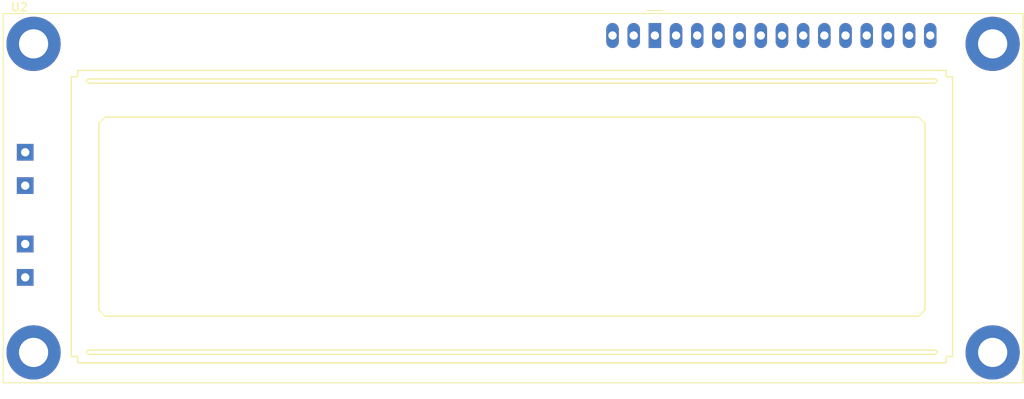
<source format=kicad_pcb>
(kicad_pcb (version 20211014) (generator pcbnew)
  (layers (0 "F.Cu" signal) (31 "B.Cu" signal) (34 "B.Paste" user) (35 "F.Paste" user) (36 "B.SilkS" user "B.Silkscreen") (37 "F.SilkS" user "F.Silkscreen") (38 "B.Mask" user) (39 "F.Mask" user) (44 "Edge.Cuts" user))
  (net 0 "")
  (footprint "Display:LCD-016N002L" (layer "F.Cu") (at 225.5 24)
    (fp_text reference "U2" (at -76.21 -3.41 180) (layer "F.SilkS"))
    (fp_text value "LCD-016N002L")
    (fp_line (start 44.14 -2.64) (end 44.14 41.64) (layer "F.SilkS") (width 0.12))
    (fp_line (start -78.14 -2.64) (end -78.14 41.64) (layer "F.SilkS") (width 0.12))
    (fp_line (start 32.385 32.893) (end 31.623 33.655) (layer "F.SilkS") (width 0.15))
    (fp_line (start -69.215 4.953) (end -69.977 4.953) (layer "F.SilkS") (width 0.15))
    (fp_line (start -69.215 39.243) (end -69.215 38.481) (layer "F.SilkS") (width 0.15))
    (fp_line (start 34.925 4.953) (end 35.687 4.953) (layer "F.SilkS") (width 0.15))
    (fp_line (start 32.385 10.541) (end 32.385 32.893) (layer "F.SilkS") (width 0.15))
    (fp_line (start 34.925 4.191) (end 34.925 4.953) (layer "F.SilkS") (width 0.15))
    (fp_line (start -68.199 37.973) (end -67.945 38.227) (layer "F.SilkS") (width 0.15))
    (fp_line (start -65.913 33.655) (end -66.675 32.893) (layer "F.SilkS") (width 0.15))
    (fp_line (start 44.14 -2.64) (end -78.14 -2.64) (layer "F.SilkS") (width 0.12))
    (fp_line (start -69.215 39.243) (end 34.925 39.243) (layer "F.SilkS") (width 0.15))
    (fp_line (start 31.623 33.655) (end -65.913 33.655) (layer "F.SilkS") (width 0.15))
    (fp_line (start -69.215 38.481) (end -69.977 38.481) (layer "F.SilkS") (width 0.15))
    (fp_line (start -67.945 37.719) (end -68.199 37.973) (layer "F.SilkS") (width 0.15))
    (fp_line (start -1 -3) (end 1 -3) (layer "F.SilkS") (width 0.12))
    (fp_line (start 33.655 5.207) (end -67.945 5.207) (layer "F.SilkS") (width 0.15))
    (fp_line (start 33.655 37.719) (end -67.945 37.719) (layer "F.SilkS") (width 0.15))
    (fp_line (start 33.909 37.973) (end 33.655 37.719) (layer "F.SilkS") (width 0.15))
    (fp_line (start 34.925 38.481) (end 34.925 39.243) (layer "F.SilkS") (width 0.15))
    (fp_line (start 35.687 38.481) (end 35.687 4.953) (layer "F.SilkS") (width 0.15))
    (fp_line (start 35.687 38.481) (end 34.925 38.481) (layer "F.SilkS") (width 0.15))
    (fp_line (start -66.675 10.541) (end -65.913 9.779) (layer "F.SilkS") (width 0.15))
    (fp_line (start -68.199 5.461) (end -67.945 5.715) (layer "F.SilkS") (width 0.15))
    (fp_line (start -67.945 38.227) (end 33.655 38.227) (layer "F.SilkS") (width 0.15))
    (fp_line (start 33.655 38.227) (end 33.909 37.973) (layer "F.SilkS") (width 0.15))
    (fp_line (start -69.977 4.953) (end -69.977 38.481) (layer "F.SilkS") (width 0.15))
    (fp_line (start -67.945 5.715) (end 33.655 5.715) (layer "F.SilkS") (width 0.15))
    (fp_line (start -66.675 32.893) (end -66.675 10.541) (layer "F.SilkS") (width 0.15))
    (fp_line (start -65.913 9.779) (end 31.623 9.779) (layer "F.SilkS") (width 0.15))
    (fp_line (start -69.215 4.191) (end -69.215 4.953) (layer "F.SilkS") (width 0.15))
    (fp_line (start 34.925 4.191) (end -69.215 4.191) (layer "F.SilkS") (width 0.15))
    (fp_line (start -78.14 41.64) (end 44.14 41.64) (layer "F.SilkS") (width 0.12))
    (fp_line (start -67.945 5.207) (end -68.199 5.461) (layer "F.SilkS") (width 0.15))
    (fp_line (start 33.909 5.461) (end 33.655 5.715) (layer "F.SilkS") (width 0.15))
    (fp_line (start 31.623 9.779) (end 32.385 10.541) (layer "F.SilkS") (width 0.15))
    (fp_line (start 33.655 5.207) (end 33.909 5.461) (layer "F.SilkS") (width 0.15))
    (pad "" thru_hole circle (at -74.5 1 180) (size 6.5 6.5) (drill 3.5) (layers *.Cu *.Mask))
    (pad "" thru_hole circle (at 40.5 1 180) (size 6.5 6.5) (drill 3.5) (layers *.Cu *.Mask))
    (pad "" thru_hole circle (at 40.5 38 180) (size 6.5 6.5) (drill 3.5) (layers *.Cu *.Mask))
    (pad "" thru_hole circle (at -74.5 38 180) (size 6.5 6.5) (drill 3.5) (layers *.Cu *.Mask))
    (pad "1" thru_hole rect (at 0 0 180) (size 1.5 3) (drill 1) (layers *.Cu *.Mask))
    (pad "2" thru_hole oval (at 2.54 0 180) (size 1.5 3) (drill 1) (layers *.Cu *.Mask))
    (pad "3" thru_hole oval (at 5.08 0 180) (size 1.5 3) (drill 1) (layers *.Cu *.Mask))
    (pad "4" thru_hole oval (at 7.62 0 180) (size 1.5 3) (drill 1) (layers *.Cu *.Mask))
    (pad "5" thru_hole oval (at 10.16 0 180) (size 1.5 3) (drill 1) (layers *.Cu *.Mask))
    (pad "6" thru_hole oval (at 12.7 0 180) (size 1.5 3) (drill 1) (layers *.Cu *.Mask))
    (pad "7" thru_hole oval (at 15.24 0 180) (size 1.5 3) (drill 1) (layers *.Cu *.Mask))
    (pad "8" thru_hole oval (at 17.78 0 180) (size 1.5 3) (drill 1) (layers *.Cu *.Mask))
    (pad "9" thru_hole oval (at 20.32 0 180) (size 1.5 3) (drill 1) (layers *.Cu *.Mask))
    (pad "10" thru_hole oval (at 22.86 0 180) (size 1.5 3) (drill 1) (layers *.Cu *.Mask))
    (pad "11" thru_hole oval (at 25.4 0 180) (size 1.5 3) (drill 1) (layers *.Cu *.Mask))
    (pad "12" thru_hole oval (at 27.94 0 180) (size 1.5 3) (drill 1) (layers *.Cu *.Mask))
    (pad "13" thru_hole oval (at 30.48 0 180) (size 1.5 3) (drill 1) (layers *.Cu *.Mask))
    (pad "14" thru_hole oval (at 33.02 0 180) (size 1.5 3) (drill 1) (layers *.Cu *.Mask))
    (pad "15" thru_hole oval (at -2.54 0 180) (size 1.5 3) (drill 1) (layers *.Cu *.Mask))
    (pad "16" thru_hole oval (at -5.08 0 180) (size 1.5 3) (drill 1) (layers *.Cu *.Mask))
    (pad "A1" thru_hole rect (at -75.5 14 180) (size 2 2) (drill 1) (layers *.Cu *.Mask))
    (pad "A2" thru_hole rect (at -75.5 25 180) (size 2 2) (drill 1) (layers *.Cu *.Mask))
    (pad "K1" thru_hole rect (at -75.5 18 180) (size 2 2) (drill 1) (layers *.Cu *.Mask))
    (pad "K2" thru_hole rect (at -75.5 29 180) (size 2 2) (drill 1) (layers *.Cu *.Mask))
  )
)
</source>
